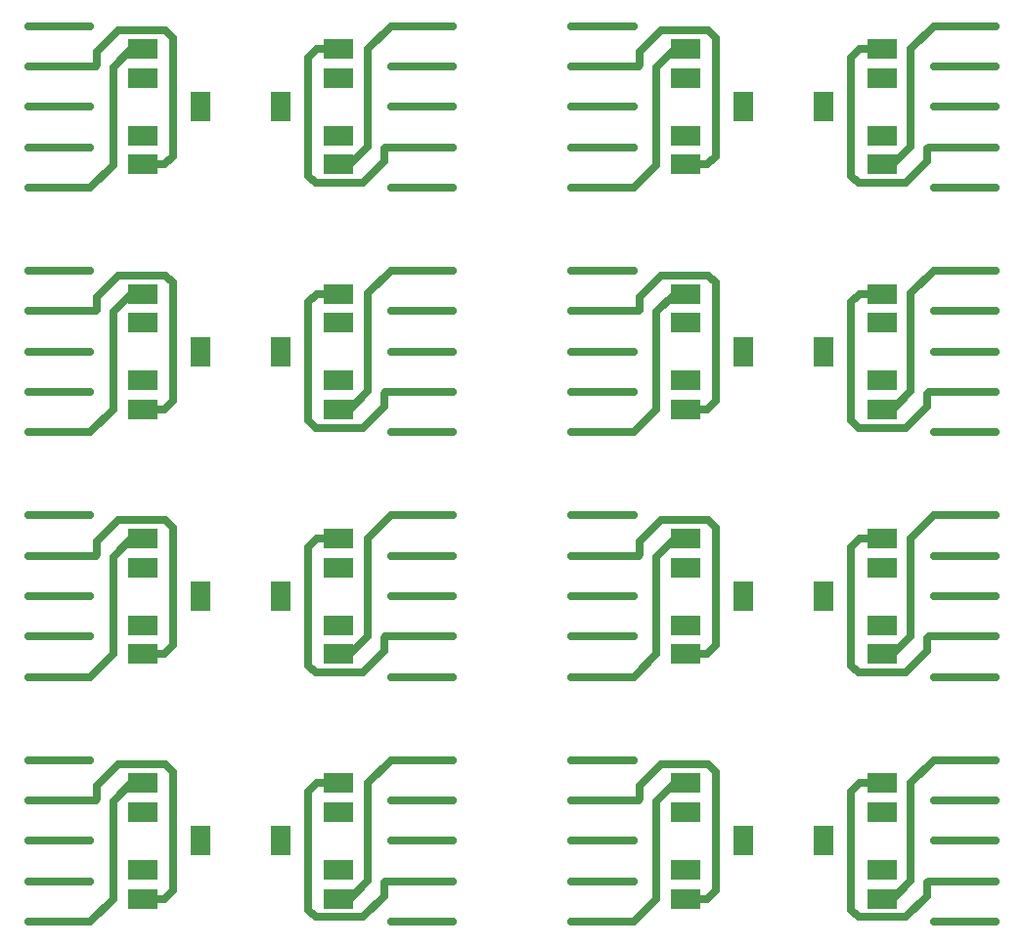
<source format=gtl>
G04 #@! TF.GenerationSoftware,KiCad,Pcbnew,(5.1.5)-3*
G04 #@! TF.CreationDate,2020-06-26T23:59:25-04:00*
G04 #@! TF.ProjectId,output_only,6f757470-7574-45f6-9f6e-6c792e6b6963,0.1*
G04 #@! TF.SameCoordinates,Original*
G04 #@! TF.FileFunction,Copper,L1,Top*
G04 #@! TF.FilePolarity,Positive*
%FSLAX46Y46*%
G04 Gerber Fmt 4.6, Leading zero omitted, Abs format (unit mm)*
G04 Created by KiCad (PCBNEW (5.1.5)-3) date 2020-06-26 23:59:25*
%MOMM*%
%LPD*%
G04 APERTURE LIST*
%ADD10R,2.500000X1.800000*%
%ADD11R,1.800000X2.500000*%
%ADD12C,0.609600*%
%ADD13C,0.635000*%
G04 APERTURE END LIST*
D10*
X93050000Y-135004000D03*
X93050000Y-125004000D03*
D11*
X98050000Y-130004000D03*
D10*
X93050000Y-132504000D03*
X93050000Y-127504000D03*
X93050000Y-106304000D03*
X93050000Y-111304000D03*
D11*
X98050000Y-108804000D03*
D10*
X93050000Y-103804000D03*
X93050000Y-113804000D03*
X110050000Y-103804000D03*
X110050000Y-113804000D03*
D11*
X105050000Y-108804000D03*
D10*
X110050000Y-106304000D03*
X110050000Y-111304000D03*
X110050000Y-132504000D03*
X110050000Y-127504000D03*
D11*
X105050000Y-130004000D03*
D10*
X110050000Y-135004000D03*
X110050000Y-125004000D03*
X157050000Y-111304000D03*
X157050000Y-106304000D03*
D11*
X152050000Y-108804000D03*
D10*
X157050000Y-113804000D03*
X157050000Y-103804000D03*
X140050000Y-113804000D03*
X140050000Y-103804000D03*
D11*
X145050000Y-108804000D03*
D10*
X140050000Y-111304000D03*
X140050000Y-106304000D03*
X140050000Y-127504000D03*
X140050000Y-132504000D03*
D11*
X145050000Y-130004000D03*
D10*
X140050000Y-125004000D03*
X140050000Y-135004000D03*
X157050000Y-125004000D03*
X157050000Y-135004000D03*
D11*
X152050000Y-130004000D03*
D10*
X157050000Y-127504000D03*
X157050000Y-132504000D03*
X140050000Y-63904000D03*
X140050000Y-68904000D03*
D11*
X145050000Y-66404000D03*
D10*
X140050000Y-61404000D03*
X140050000Y-71404000D03*
X157050000Y-61404000D03*
X157050000Y-71404000D03*
D11*
X152050000Y-66404000D03*
D10*
X157050000Y-63904000D03*
X157050000Y-68904000D03*
X157050000Y-90104000D03*
X157050000Y-85104000D03*
D11*
X152050000Y-87604000D03*
D10*
X157050000Y-92604000D03*
X157050000Y-82604000D03*
X140050000Y-92604000D03*
X140050000Y-82604000D03*
D11*
X145050000Y-87604000D03*
D10*
X140050000Y-90104000D03*
X140050000Y-85104000D03*
X110050000Y-68904000D03*
X110050000Y-63904000D03*
D11*
X105050000Y-66404000D03*
D10*
X110050000Y-71404000D03*
X110050000Y-61404000D03*
X93050000Y-71404000D03*
X93050000Y-61404000D03*
D11*
X98050000Y-66404000D03*
D10*
X93050000Y-68904000D03*
X93050000Y-63904000D03*
X93050000Y-85104000D03*
X93050000Y-90104000D03*
D11*
X98050000Y-87604000D03*
D10*
X93050000Y-82604000D03*
X93050000Y-92604000D03*
X110050000Y-82604000D03*
X110050000Y-92604000D03*
D11*
X105050000Y-87604000D03*
D10*
X110050000Y-85104000D03*
X110050000Y-90104000D03*
D12*
X114550000Y-80604000D03*
X114550000Y-91104000D03*
X88550000Y-87604000D03*
X114550000Y-94604000D03*
X88550000Y-94604000D03*
X88550000Y-84104000D03*
X114550000Y-84104000D03*
X88550000Y-80604000D03*
X114550000Y-87604000D03*
X88550000Y-91104000D03*
X88550000Y-59404000D03*
X88550000Y-69904000D03*
X88550000Y-73404000D03*
X88550000Y-66404000D03*
X88550000Y-62904000D03*
X114550000Y-73404000D03*
X114550000Y-66404000D03*
X114550000Y-69904000D03*
X114550000Y-62904000D03*
X114550000Y-59404000D03*
X135550000Y-91104000D03*
X161550000Y-84104000D03*
X161550000Y-80604000D03*
X161550000Y-91104000D03*
X161550000Y-94604000D03*
X135550000Y-94604000D03*
X161550000Y-87604000D03*
X135550000Y-87604000D03*
X135550000Y-84104000D03*
X135550000Y-80604000D03*
X135550000Y-66404000D03*
X161550000Y-62904000D03*
X161550000Y-59404000D03*
X135550000Y-73404000D03*
X161550000Y-69904000D03*
X161550000Y-66404000D03*
X135550000Y-62904000D03*
X161550000Y-73404000D03*
X135550000Y-69904000D03*
X135550000Y-59404000D03*
X161550000Y-123004000D03*
X135550000Y-133504000D03*
X161550000Y-137004000D03*
X161550000Y-130004000D03*
X161550000Y-126504000D03*
X161550000Y-133504000D03*
X135550000Y-137004000D03*
X135550000Y-130004000D03*
X135550000Y-126504000D03*
X135550000Y-123004000D03*
X135550000Y-108804000D03*
X135550000Y-115804000D03*
X135550000Y-101804000D03*
X161550000Y-101804000D03*
X161550000Y-112304000D03*
X135550000Y-105304000D03*
X161550000Y-105304000D03*
X161550000Y-108804000D03*
X161550000Y-115804000D03*
X135550000Y-112304000D03*
X88550000Y-130004000D03*
X88550000Y-108804000D03*
X114550000Y-115804000D03*
X114550000Y-123004000D03*
X88550000Y-133504000D03*
X114550000Y-126504000D03*
X88550000Y-112304000D03*
X88550000Y-101804000D03*
X114550000Y-137004000D03*
X88550000Y-126504000D03*
X114550000Y-133504000D03*
X114550000Y-130004000D03*
X88550000Y-137004000D03*
X88550000Y-105304000D03*
X88550000Y-115804000D03*
X114550000Y-112304000D03*
X114550000Y-105304000D03*
X88550000Y-123004000D03*
X114550000Y-108804000D03*
X114550000Y-101804000D03*
D13*
X108165000Y-82604000D02*
X107423000Y-83346000D01*
X113979690Y-91243258D02*
X114118948Y-91104000D01*
X110050000Y-82604000D02*
X108165000Y-82604000D01*
X88550000Y-87604000D02*
X83150000Y-87604000D01*
X107423000Y-83346000D02*
X107423000Y-93573000D01*
X90533500Y-84175000D02*
X90533500Y-92620500D01*
X113979690Y-92350310D02*
X113979690Y-91243258D01*
X89120310Y-82857690D02*
X89120310Y-83964742D01*
X95677000Y-81635000D02*
X95042000Y-81000000D01*
X107423000Y-93573000D02*
X108058000Y-94208000D01*
X114550000Y-84104000D02*
X119950000Y-84104000D01*
X88981052Y-84104000D02*
X88550000Y-84104000D01*
X119950000Y-80604000D02*
X114550000Y-80604000D01*
X114118948Y-91104000D02*
X114550000Y-91104000D01*
X110217000Y-92604000D02*
X110995500Y-92604000D01*
X112122000Y-94208000D02*
X113979690Y-92350310D01*
X112566500Y-82587500D02*
X114550000Y-80604000D01*
X114550000Y-94604000D02*
X119950000Y-94604000D01*
X92883000Y-82604000D02*
X92104500Y-82604000D01*
X114550000Y-91104000D02*
X119950000Y-91104000D01*
X95677000Y-91862000D02*
X95677000Y-81635000D01*
X112566500Y-91033000D02*
X112566500Y-82587500D01*
X92104500Y-82604000D02*
X90533500Y-84175000D01*
X83150000Y-94604000D02*
X88550000Y-94604000D01*
X88550000Y-91104000D02*
X83150000Y-91104000D01*
X90533500Y-92620500D02*
X88550000Y-94604000D01*
X88550000Y-84104000D02*
X83150000Y-84104000D01*
X88550000Y-80604000D02*
X83150000Y-80604000D01*
X114550000Y-87604000D02*
X119950000Y-87604000D01*
X90978000Y-81000000D02*
X89120310Y-82857690D01*
X95042000Y-81000000D02*
X90978000Y-81000000D01*
X108058000Y-94208000D02*
X112122000Y-94208000D01*
X94935000Y-92604000D02*
X95677000Y-91862000D01*
X93050000Y-92604000D02*
X94935000Y-92604000D01*
X89120310Y-83964742D02*
X88981052Y-84104000D01*
X110995500Y-92604000D02*
X112566500Y-91033000D01*
X114118948Y-69904000D02*
X114550000Y-69904000D01*
X110050000Y-61404000D02*
X108165000Y-61404000D01*
X110217000Y-71404000D02*
X110995500Y-71404000D01*
X107423000Y-72373000D02*
X108058000Y-73008000D01*
X112566500Y-61387500D02*
X114550000Y-59404000D01*
X113979690Y-71150310D02*
X113979690Y-70043258D01*
X112122000Y-73008000D02*
X113979690Y-71150310D01*
X119950000Y-59404000D02*
X114550000Y-59404000D01*
X112566500Y-69833000D02*
X112566500Y-61387500D01*
X107423000Y-62146000D02*
X107423000Y-72373000D01*
X108058000Y-73008000D02*
X112122000Y-73008000D01*
X114550000Y-66404000D02*
X119950000Y-66404000D01*
X114550000Y-69904000D02*
X119950000Y-69904000D01*
X110995500Y-71404000D02*
X112566500Y-69833000D01*
X108165000Y-61404000D02*
X107423000Y-62146000D01*
X114550000Y-73404000D02*
X119950000Y-73404000D01*
X113979690Y-70043258D02*
X114118948Y-69904000D01*
X114550000Y-62904000D02*
X119950000Y-62904000D01*
X88981052Y-62904000D02*
X88550000Y-62904000D01*
X92883000Y-61404000D02*
X92104500Y-61404000D01*
X94935000Y-71404000D02*
X95677000Y-70662000D01*
X95677000Y-70662000D02*
X95677000Y-60435000D01*
X95042000Y-59800000D02*
X90978000Y-59800000D01*
X93050000Y-71404000D02*
X94935000Y-71404000D01*
X89120310Y-61657690D02*
X89120310Y-62764742D01*
X90978000Y-59800000D02*
X89120310Y-61657690D01*
X92104500Y-61404000D02*
X90533500Y-62975000D01*
X89120310Y-62764742D02*
X88981052Y-62904000D01*
X88550000Y-69904000D02*
X83150000Y-69904000D01*
X88550000Y-66404000D02*
X83150000Y-66404000D01*
X83150000Y-73404000D02*
X88550000Y-73404000D01*
X90533500Y-71420500D02*
X88550000Y-73404000D01*
X88550000Y-59404000D02*
X83150000Y-59404000D01*
X90533500Y-62975000D02*
X90533500Y-71420500D01*
X95677000Y-60435000D02*
X95042000Y-59800000D01*
X88550000Y-62904000D02*
X83150000Y-62904000D01*
X137533500Y-92620500D02*
X135550000Y-94604000D01*
X139104500Y-61404000D02*
X137533500Y-62975000D01*
X135550000Y-66404000D02*
X130150000Y-66404000D01*
X137533500Y-71420500D02*
X135550000Y-73404000D01*
X135550000Y-62904000D02*
X130150000Y-62904000D01*
X137533500Y-62975000D02*
X137533500Y-71420500D01*
X130150000Y-73404000D02*
X135550000Y-73404000D01*
X139883000Y-61404000D02*
X139104500Y-61404000D01*
X142677000Y-60435000D02*
X142042000Y-59800000D01*
X141935000Y-71404000D02*
X142677000Y-70662000D01*
X137978000Y-59800000D02*
X136120310Y-61657690D01*
X142677000Y-70662000D02*
X142677000Y-60435000D01*
X142042000Y-59800000D02*
X137978000Y-59800000D01*
X135550000Y-59404000D02*
X130150000Y-59404000D01*
X136120310Y-62764742D02*
X135981052Y-62904000D01*
X140050000Y-71404000D02*
X141935000Y-71404000D01*
X135981052Y-62904000D02*
X135550000Y-62904000D01*
X136120310Y-61657690D02*
X136120310Y-62764742D01*
X135550000Y-69904000D02*
X130150000Y-69904000D01*
X160979690Y-70043258D02*
X161118948Y-69904000D01*
X161550000Y-62904000D02*
X166950000Y-62904000D01*
X157050000Y-61404000D02*
X155165000Y-61404000D01*
X166950000Y-59404000D02*
X161550000Y-59404000D01*
X161550000Y-66404000D02*
X166950000Y-66404000D01*
X161118948Y-69904000D02*
X161550000Y-69904000D01*
X157217000Y-71404000D02*
X157995500Y-71404000D01*
X160979690Y-71150310D02*
X160979690Y-70043258D01*
X159566500Y-69833000D02*
X159566500Y-61387500D01*
X159122000Y-73008000D02*
X160979690Y-71150310D01*
X154423000Y-72373000D02*
X155058000Y-73008000D01*
X154423000Y-62146000D02*
X154423000Y-72373000D01*
X155058000Y-73008000D02*
X159122000Y-73008000D01*
X157995500Y-71404000D02*
X159566500Y-69833000D01*
X155165000Y-61404000D02*
X154423000Y-62146000D01*
X161550000Y-73404000D02*
X166950000Y-73404000D01*
X159566500Y-61387500D02*
X161550000Y-59404000D01*
X161550000Y-69904000D02*
X166950000Y-69904000D01*
X160979690Y-91243258D02*
X161118948Y-91104000D01*
X154423000Y-83346000D02*
X154423000Y-93573000D01*
X135550000Y-87604000D02*
X130150000Y-87604000D01*
X161550000Y-84104000D02*
X166950000Y-84104000D01*
X154423000Y-93573000D02*
X155058000Y-94208000D01*
X135981052Y-84104000D02*
X135550000Y-84104000D01*
X161118948Y-91104000D02*
X161550000Y-91104000D01*
X159122000Y-94208000D02*
X160979690Y-92350310D01*
X159566500Y-82587500D02*
X161550000Y-80604000D01*
X161550000Y-94604000D02*
X166950000Y-94604000D01*
X155165000Y-82604000D02*
X154423000Y-83346000D01*
X157050000Y-82604000D02*
X155165000Y-82604000D01*
X136120310Y-82857690D02*
X136120310Y-83964742D01*
X166950000Y-80604000D02*
X161550000Y-80604000D01*
X160979690Y-92350310D02*
X160979690Y-91243258D01*
X157217000Y-92604000D02*
X157995500Y-92604000D01*
X142677000Y-81635000D02*
X142042000Y-81000000D01*
X137533500Y-84175000D02*
X137533500Y-92620500D01*
X139883000Y-82604000D02*
X139104500Y-82604000D01*
X161550000Y-91104000D02*
X166950000Y-91104000D01*
X142677000Y-91862000D02*
X142677000Y-81635000D01*
X159566500Y-91033000D02*
X159566500Y-82587500D01*
X139104500Y-82604000D02*
X137533500Y-84175000D01*
X135550000Y-91104000D02*
X130150000Y-91104000D01*
X130150000Y-94604000D02*
X135550000Y-94604000D01*
X142042000Y-81000000D02*
X137978000Y-81000000D01*
X135550000Y-84104000D02*
X130150000Y-84104000D01*
X135550000Y-80604000D02*
X130150000Y-80604000D01*
X141935000Y-92604000D02*
X142677000Y-91862000D01*
X136120310Y-83964742D02*
X135981052Y-84104000D01*
X137978000Y-81000000D02*
X136120310Y-82857690D01*
X157995500Y-92604000D02*
X159566500Y-91033000D01*
X155058000Y-94208000D02*
X159122000Y-94208000D01*
X161550000Y-87604000D02*
X166950000Y-87604000D01*
X140050000Y-92604000D02*
X141935000Y-92604000D01*
X137533500Y-135020500D02*
X135550000Y-137004000D01*
X135981052Y-105304000D02*
X135550000Y-105304000D01*
X137978000Y-102200000D02*
X136120310Y-104057690D01*
X142677000Y-113062000D02*
X142677000Y-102835000D01*
X161550000Y-108804000D02*
X166950000Y-108804000D01*
X136120310Y-105164742D02*
X135981052Y-105304000D01*
X161550000Y-105304000D02*
X166950000Y-105304000D01*
X142042000Y-102200000D02*
X137978000Y-102200000D01*
X139883000Y-103804000D02*
X139104500Y-103804000D01*
X135550000Y-101804000D02*
X130150000Y-101804000D01*
X140050000Y-113804000D02*
X141935000Y-113804000D01*
X139104500Y-103804000D02*
X137533500Y-105375000D01*
X137533500Y-105375000D02*
X137533500Y-113820500D01*
X135550000Y-112304000D02*
X130150000Y-112304000D01*
X135550000Y-108804000D02*
X130150000Y-108804000D01*
X160979690Y-113550310D02*
X160979690Y-112443258D01*
X135550000Y-105304000D02*
X130150000Y-105304000D01*
X136120310Y-104057690D02*
X136120310Y-105164742D01*
X157050000Y-103804000D02*
X155165000Y-103804000D01*
X159566500Y-112233000D02*
X159566500Y-103787500D01*
X130150000Y-115804000D02*
X135550000Y-115804000D01*
X142677000Y-102835000D02*
X142042000Y-102200000D01*
X141935000Y-113804000D02*
X142677000Y-113062000D01*
X166950000Y-101804000D02*
X161550000Y-101804000D01*
X161118948Y-112304000D02*
X161550000Y-112304000D01*
X137533500Y-113820500D02*
X135550000Y-115804000D01*
X160979690Y-112443258D02*
X161118948Y-112304000D01*
X159122000Y-115408000D02*
X160979690Y-113550310D01*
X157217000Y-113804000D02*
X157995500Y-113804000D01*
X154423000Y-114773000D02*
X155058000Y-115408000D01*
X155165000Y-103804000D02*
X154423000Y-104546000D01*
X154423000Y-125746000D02*
X154423000Y-135973000D01*
X155058000Y-115408000D02*
X159122000Y-115408000D01*
X159566500Y-124987500D02*
X161550000Y-123004000D01*
X161550000Y-137004000D02*
X166950000Y-137004000D01*
X161550000Y-115804000D02*
X166950000Y-115804000D01*
X157995500Y-113804000D02*
X159566500Y-112233000D01*
X161550000Y-112304000D02*
X166950000Y-112304000D01*
X160979690Y-133643258D02*
X161118948Y-133504000D01*
X161550000Y-126504000D02*
X166950000Y-126504000D01*
X154423000Y-135973000D02*
X155058000Y-136608000D01*
X135981052Y-126504000D02*
X135550000Y-126504000D01*
X159566500Y-103787500D02*
X161550000Y-101804000D01*
X154423000Y-104546000D02*
X154423000Y-114773000D01*
X135550000Y-130004000D02*
X130150000Y-130004000D01*
X161118948Y-133504000D02*
X161550000Y-133504000D01*
X159122000Y-136608000D02*
X160979690Y-134750310D01*
X157995500Y-135004000D02*
X159566500Y-133433000D01*
X161550000Y-130004000D02*
X166950000Y-130004000D01*
X155058000Y-136608000D02*
X159122000Y-136608000D01*
X140050000Y-135004000D02*
X141935000Y-135004000D01*
X137533500Y-126575000D02*
X137533500Y-135020500D01*
X155165000Y-125004000D02*
X154423000Y-125746000D01*
X157217000Y-135004000D02*
X157995500Y-135004000D01*
X142677000Y-134262000D02*
X142677000Y-124035000D01*
X139104500Y-125004000D02*
X137533500Y-126575000D01*
X159566500Y-133433000D02*
X159566500Y-124987500D01*
X142677000Y-124035000D02*
X142042000Y-123400000D01*
X135550000Y-133504000D02*
X130150000Y-133504000D01*
X160979690Y-134750310D02*
X160979690Y-133643258D01*
X136120310Y-125257690D02*
X136120310Y-126364742D01*
X166950000Y-123004000D02*
X161550000Y-123004000D01*
X139883000Y-125004000D02*
X139104500Y-125004000D01*
X161550000Y-133504000D02*
X166950000Y-133504000D01*
X157050000Y-125004000D02*
X155165000Y-125004000D01*
X135550000Y-126504000D02*
X130150000Y-126504000D01*
X142042000Y-123400000D02*
X137978000Y-123400000D01*
X135550000Y-123004000D02*
X130150000Y-123004000D01*
X136120310Y-126364742D02*
X135981052Y-126504000D01*
X130150000Y-137004000D02*
X135550000Y-137004000D01*
X141935000Y-135004000D02*
X142677000Y-134262000D01*
X137978000Y-123400000D02*
X136120310Y-125257690D01*
X89120310Y-105164742D02*
X88981052Y-105304000D01*
X89120310Y-104057690D02*
X89120310Y-105164742D01*
X90533500Y-113820500D02*
X88550000Y-115804000D01*
X90533500Y-105375000D02*
X90533500Y-113820500D01*
X88550000Y-101804000D02*
X83150000Y-101804000D01*
X92104500Y-103804000D02*
X90533500Y-105375000D01*
X88550000Y-108804000D02*
X83150000Y-108804000D01*
X95677000Y-102835000D02*
X95042000Y-102200000D01*
X88550000Y-105304000D02*
X83150000Y-105304000D01*
X90978000Y-102200000D02*
X89120310Y-104057690D01*
X83150000Y-115804000D02*
X88550000Y-115804000D01*
X88550000Y-112304000D02*
X83150000Y-112304000D01*
X112122000Y-115408000D02*
X113979690Y-113550310D01*
X93050000Y-113804000D02*
X94935000Y-113804000D01*
X114550000Y-105304000D02*
X119950000Y-105304000D01*
X110050000Y-103804000D02*
X108165000Y-103804000D01*
X119950000Y-101804000D02*
X114550000Y-101804000D01*
X112566500Y-103787500D02*
X114550000Y-101804000D01*
X88981052Y-105304000D02*
X88550000Y-105304000D01*
X108165000Y-103804000D02*
X107423000Y-104546000D01*
X114118948Y-112304000D02*
X114550000Y-112304000D01*
X107423000Y-114773000D02*
X108058000Y-115408000D01*
X107423000Y-104546000D02*
X107423000Y-114773000D01*
X94935000Y-113804000D02*
X95677000Y-113062000D01*
X92883000Y-103804000D02*
X92104500Y-103804000D01*
X114550000Y-112304000D02*
X119950000Y-112304000D01*
X110995500Y-113804000D02*
X112566500Y-112233000D01*
X110217000Y-113804000D02*
X110995500Y-113804000D01*
X113979690Y-113550310D02*
X113979690Y-112443258D01*
X114550000Y-108804000D02*
X119950000Y-108804000D01*
X113979690Y-112443258D02*
X114118948Y-112304000D01*
X95677000Y-113062000D02*
X95677000Y-102835000D01*
X112566500Y-112233000D02*
X112566500Y-103787500D01*
X108058000Y-115408000D02*
X112122000Y-115408000D01*
X114550000Y-115804000D02*
X119950000Y-115804000D01*
X95042000Y-102200000D02*
X90978000Y-102200000D01*
X110995500Y-135004000D02*
X112566500Y-133433000D01*
X93050000Y-135004000D02*
X94935000Y-135004000D01*
X89120310Y-126364742D02*
X88981052Y-126504000D01*
X92883000Y-125004000D02*
X92104500Y-125004000D01*
X119950000Y-123004000D02*
X114550000Y-123004000D01*
X114550000Y-133504000D02*
X119950000Y-133504000D01*
X112122000Y-136608000D02*
X113979690Y-134750310D01*
X114550000Y-137004000D02*
X119950000Y-137004000D01*
X92104500Y-125004000D02*
X90533500Y-126575000D01*
X114550000Y-130004000D02*
X119950000Y-130004000D01*
X95677000Y-134262000D02*
X95677000Y-124035000D01*
X114118948Y-133504000D02*
X114550000Y-133504000D01*
X95677000Y-124035000D02*
X95042000Y-123400000D01*
X112566500Y-124987500D02*
X114550000Y-123004000D01*
X112566500Y-133433000D02*
X112566500Y-124987500D01*
X90978000Y-123400000D02*
X89120310Y-125257690D01*
X95042000Y-123400000D02*
X90978000Y-123400000D01*
X88550000Y-126504000D02*
X83150000Y-126504000D01*
X108058000Y-136608000D02*
X112122000Y-136608000D01*
X107423000Y-135973000D02*
X108058000Y-136608000D01*
X88981052Y-126504000D02*
X88550000Y-126504000D01*
X90533500Y-135020500D02*
X88550000Y-137004000D01*
X83150000Y-137004000D02*
X88550000Y-137004000D01*
X88550000Y-123004000D02*
X83150000Y-123004000D01*
X110217000Y-135004000D02*
X110995500Y-135004000D01*
X114550000Y-126504000D02*
X119950000Y-126504000D01*
X94935000Y-135004000D02*
X95677000Y-134262000D01*
X88550000Y-133504000D02*
X83150000Y-133504000D01*
X90533500Y-126575000D02*
X90533500Y-135020500D01*
X107423000Y-125746000D02*
X107423000Y-135973000D01*
X108165000Y-125004000D02*
X107423000Y-125746000D01*
X113979690Y-133643258D02*
X114118948Y-133504000D01*
X113979690Y-134750310D02*
X113979690Y-133643258D01*
X89120310Y-125257690D02*
X89120310Y-126364742D01*
X110050000Y-125004000D02*
X108165000Y-125004000D01*
X88550000Y-130004000D02*
X83150000Y-130004000D01*
M02*

</source>
